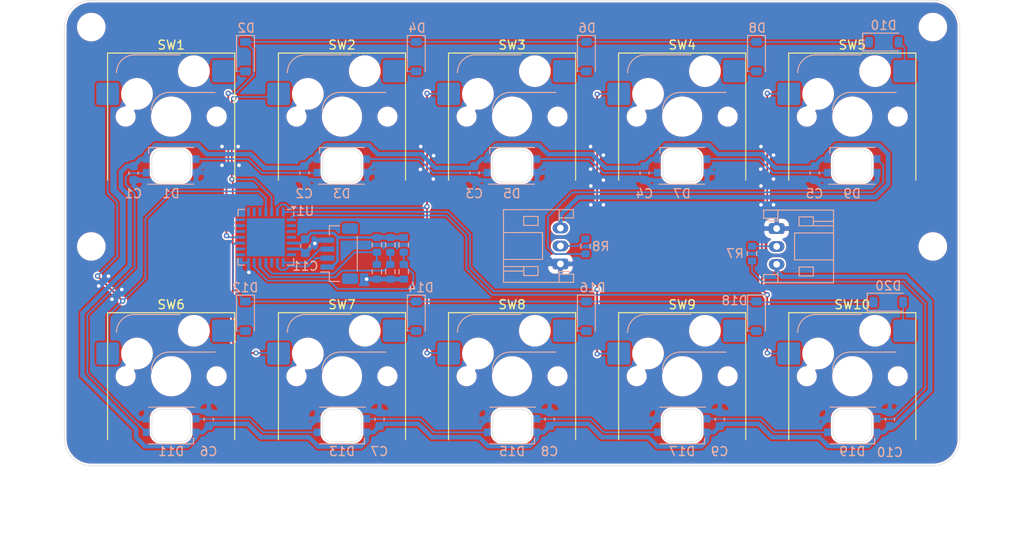
<source format=kicad_pcb>
(kicad_pcb (version 20240108) (generator "pcbnew") (generator_version "8.0")
  (layers (0 "F.Cu" signal) (31 "B.Cu" signal) (34 "B.Paste" user) (35 "F.Paste" user) (36 "B.SilkS" user "B.Silkscreen") (37 "F.SilkS" user "F.Silkscreen") (38 "B.Mask" user) (39 "F.Mask" user) (44 "Edge.Cuts" user))
  (net 0 "")
  (net 1 "GND")
  (net 2 "+5V")
  (net 3 "+3V3")
  (net 4 "/KeyboardKey_COL1/DIN")
  (net 5 "/KeyboardKey_COL1/DOUT")
  (net 6 "/R5_SW")
  (net 7 "/KeyboardKey_COL1/SW_ND")
  (net 8 "/KeyboardKey_COL2/DIN")
  (net 9 "/KeyboardKey_COL2/SW_ND")
  (net 10 "/KeyboardKey_COL3/DIN")
  (net 11 "/KeyboardKey_COL3/SW_ND")
  (net 12 "/KeyboardKey_COL4/SW_ND")
  (net 13 "/KeyboardKey_COL10/DIN")
  (net 14 "/KeyboardKey_COL5/SW_ND")
  (net 15 "/KeyboardKey_COL6/DOUT")
  (net 16 "/KeyboardKey_COL5/DIN")
  (net 17 "/R6_SW")
  (net 18 "/KeyboardKey_COL6/SW_ND")
  (net 19 "/KeyboardKey_COL7/DOUT")
  (net 20 "/KeyboardKey_COL7/SW_ND")
  (net 21 "/KeyboardKey_COL8/DOUT")
  (net 22 "/KeyboardKey_COL8/SW_ND")
  (net 23 "/KeyboardKey_COL10/DOUT")
  (net 24 "/KeyboardKey_COL9/SW_ND")
  (net 25 "/KeyboardKey_COL10/SW_ND")
  (net 26 "/KeyboardKey_COL4/DIN")
  (net 27 "/DIN")
  (net 28 "/SDA")
  (net 29 "/SCK")
  (net 30 "/DOUT")
  (net 31 "/A2")
  (net 32 "/A1")
  (net 33 "/A0")
  (net 34 "/COL1")
  (net 35 "/COL2")
  (net 36 "/COL3")
  (net 37 "/COL4")
  (net 38 "/COL5")
  (footprint "woodpecker:SW_Hotswap_Kailh_MX_1.00u" (layer "F.Cu") (at 81 41)
    (property "Reference" "SW2")
    (property "Value" "SW_Push")
  )
  (footprint "woodpecker:SW_Hotswap_Kailh_MX_1.00u" (layer "F.Cu") (at 138 70)
    (property "Reference" "SW10")
    (property "Value" "SW_Push")
  )
  (footprint "woodpecker:SW_Hotswap_Kailh_MX_1.00u" (layer "F.Cu") (at 61.92 70)
    (property "Reference" "SW6")
    (property "Value" "SW_Push")
  )
  (footprint "woodpecker:SW_Hotswap_Kailh_MX_1.00u" (layer "F.Cu") (at 81 70)
    (property "Reference" "SW7")
    (property "Value" "SW_Push")
  )
  (footprint "woodpecker:SW_Hotswap_Kailh_MX_1.00u" (layer "F.Cu") (at 100 41)
    (property "Reference" "SW3")
    (property "Value" "SW_Push")
  )
  (footprint "woodpecker:SW_Hotswap_Kailh_MX_1.00u" (layer "F.Cu") (at 119 41)
    (property "Reference" "SW4")
    (property "Value" "SW_Push")
  )
  (footprint "MountingHole:MountingHole_2.7mm_M2.5" (layer "F.Cu") (at 53 55.5)
    (property "Reference" "REF**" (hide yes))
    (property "Value" "MountingHole_2.7mm_M2.5")
  )
  (footprint "woodpecker:SW_Hotswap_Kailh_MX_1.00u" (layer "F.Cu") (at 61.92 41)
    (property "Reference" "SW1")
    (property "Value" "SW_Push")
  )
  (footprint "woodpecker:SW_Hotswap_Kailh_MX_1.00u" (layer "F.Cu") (at 100 70)
    (property "Reference" "SW8")
    (property "Value" "SW_Push")
  )
  (footprint "woodpecker:SW_Hotswap_Kailh_MX_1.00u" (layer "F.Cu") (at 138 41)
    (property "Reference" "SW5")
    (property "Value" "SW_Push")
  )
  (footprint "MountingHole:MountingHole_2.7mm_M2.5" (layer "F.Cu") (at 147 31)
    (property "Reference" "REF**" (hide yes))
    (property "Value" "MountingHole_2.7mm_M2.5")
  )
  (footprint "MountingHole:MountingHole_2.7mm_M2.5" (layer "F.Cu") (at 53 31)
    (property "Reference" "REF**" (hide yes))
    (property "Value" "MountingHole_2.7mm_M2.5")
  )
  (footprint "woodpecker:SW_Hotswap_Kailh_MX_1.00u" (layer "F.Cu") (at 119 70)
    (property "Reference" "SW9")
    (property "Value" "SW_Push")
  )
  (footprint "MountingHole:MountingHole_2.7mm_M2.5" (layer "F.Cu") (at 147 55.5)
    (property "Reference" "REF**" (hide yes))
    (property "Value" "MountingHole_2.7mm_M2.5")
  )
  (footprint "Diode_SMD:D_SOD-123" (layer "B.Cu") (at 70.22 34.3 -90)
    (property "Reference" "D2")
    (property "Value" "1N4148W")
  )
  (footprint "Diode_SMD:D_SOD-123" (layer "B.Cu") (at 141.5225 32.6775)
    (property "Reference" "D10")
    (property "Value" "1N4148W")
  )
  (footprint "Resistor_SMD:R_0603_1608Metric" (layer "B.Cu") (at 126.8 56.3 -90)
    (property "Reference" "R7")
    (property "Value" "33")
  )
  (footprint "Capacitor_SMD:C_0603_1608Metric" (layer "B.Cu") (at 57.72 47.3 -90)
    (property "Reference" "C1")
    (property "Value" "100n")
  )
  (footprint "Diode_SMD:D_SOD-123" (layer "B.Cu") (at 127.3 34.3 -90)
    (property "Reference" "D8")
    (property "Value" "1N4148W")
  )
  (footprint "Resistor_SMD:R_0603_1608Metric" (layer "B.Cu") (at 84.9 58.325 -90)
    (property "Reference" "R6" (hide yes))
    (property "Value" "11k")
  )
  (footprint "Resistor_SMD:R_0603_1608Metric" (layer "B.Cu") (at 84.9 55.325 -90)
    (property "Reference" "R5" (hide yes))
    (property "Value" "11k")
  )
  (footprint "woodpecker:LED_Inolux_IN-PI32TAR_PLCC4_3.2x2.8mm_P1.5mm" (layer "B.Cu") (at 119 75.5 180)
    (property "Reference" "D17")
    (property "Value" "IN-PI32TAR")
    (fp_line (start 2.15 -0.8) (end 2.15 0.75) (stroke (width 0.05)) (layer "Edge.Cuts"))
    (fp_line (start 1.1 1.8) (end -1.15 1.8) (stroke (width 0.05)) (layer "Edge.Cuts"))
    (fp_line (start -1.149999 -1.799999) (end 1.15 -1.8) (stroke (width 0.05)) (layer "Edge.Cuts"))
    (fp_line (start -2.15 0.8) (end -2.15 -0.8) (stroke (width 0.05)) (layer "Edge.Cuts"))
    (fp_arc (start 2.15 0.75) (mid 1.842462 1.492462) (end 1.1 1.8) (stroke (width 0.05)) (layer "Edge.Cuts"))
    (fp_arc (start 1.15 -1.8) (mid 1.857107 -1.507107) (end 2.15 -0.8) (stroke (width 0.05)) (layer "Edge.Cuts"))
    (fp_arc (start -1.149999 1.799998) (mid -1.857106 1.507105) (end -2.149999 0.799998) (stroke (width 0.05)) (layer "Edge.Cuts"))
    (fp_arc (start -2.149999 -0.799999) (mid -1.857106 -1.507106) (end -1.149999 -1.799999) (stroke (width 0.05)) (layer "Edge.Cuts"))
  )
  (footprint "woodpecker:LED_Inolux_IN-PI32TAR_PLCC4_3.2x2.8mm_P1.5mm" (layer "B.Cu") (at 100 75.5 180)
    (property "Reference" "D15")
    (property "Value" "IN-PI32TAR")
    (fp_line (start 2.15 -0.8) (end 2.15 0.75) (stroke (width 0.05)) (layer "Edge.Cuts"))
    (fp_line (start 1.1 1.8) (end -1.15 1.8) (stroke (width 0.05)) (layer "Edge.Cuts"))
    (fp_line (start -1.149999 -1.799999) (end 1.15 -1.8) (stroke (width 0.05)) (layer "Edge.Cuts"))
    (fp_line (start -2.15 0.8) (end -2.15 -0.8) (stroke (width 0.05)) (layer "Edge.Cuts"))
    (fp_arc (start 2.15 0.75) (mid 1.842462 1.492462) (end 1.1 1.8) (stroke (width 0.05)) (layer "Edge.Cuts"))
    (fp_arc (start 1.15 -1.8) (mid 1.857107 -1.507107) (end 2.15 -0.8) (stroke (width 0.05)) (layer "Edge.Cuts"))
    (fp_arc (start -1.149999 1.799998) (mid -1.857106 1.507105) (end -2.149999 0.799998) (stroke (width 0.05)) (layer "Edge.Cuts"))
    (fp_arc (start -2.149999 -0.799999) (mid -1.857106 -1.507106) (end -1.149999 -1.799999) (stroke (width 0.05)) (layer "Edge.Cuts"))
  )
  (footprint "Connector_JST:JST_PH_S3B-PH-K_1x03_P2.00mm_Horizontal" (layer "B.Cu") (at 105.4 57.45 90)
    (property "Reference" "J1" (hide yes))
    (property "Value" "JST PH")
  )
  (footprint "Diode_SMD:D_SOD-123" (layer "B.Cu") (at 89.3 34.3 -90)
    (property "Reference" "D4")
    (property "Value" "1N4148W")
  )
  (footprint "Capacitor_SMD:C_0603_1608Metric" (layer "B.Cu") (at 123.2 74.8 90)
    (property "Reference" "C9")
    (property "Value" "100n")
  )
  (footprint "woodpecker:LED_Inolux_IN-PI32TAR_PLCC4_3.2x2.8mm_P1.5mm" (layer "B.Cu") (at 138 75.5 180)
    (property "Reference" "D19")
    (property "Value" "IN-PI32TAR")
    (fp_line (start 2.15 -0.8) (end 2.15 0.75) (stroke (width 0.05)) (layer "Edge.Cuts"))
    (fp_line (start 1.1 1.8) (end -1.15 1.8) (stroke (width 0.05)) (layer "Edge.Cuts"))
    (fp_line (start -1.149999 -1.799999) (end 1.15 -1.8) (stroke (width 0.05)) (layer "Edge.Cuts"))
    (fp_line (start -2.15 0.8) (end -2.15 -0.8) (stroke (width 0.05)) (layer "Edge.Cuts"))
    (fp_arc (start 2.15 0.75) (mid 1.842462 1.492462) (end 1.1 1.8) (stroke (width 0.05)) (layer "Edge.Cuts"))
    (fp_arc (start 1.15 -1.8) (mid 1.857107 -1.507107) (end 2.15 -0.8) (stroke (width 0.05)) (layer "Edge.Cuts"))
    (fp_arc (start -1.149999 1.799998) (mid -1.857106 1.507105) (end -2.149999 0.799998) (stroke (width 0.05)) (layer "Edge.Cuts"))
    (fp_arc (start -2.149999 -0.799999) (mid -1.857106 -1.507106) (end -1.149999 -1.799999) (stroke (width 0.05)) (layer "Edge.Cuts"))
  )
  (footprint "Capacitor_SMD:C_0603_1608Metric" (layer "B.Cu") (at 76.9 55.46 -90)
    (property "Reference" "C11")
    (property "Value" "100n")
  )
  (footprint "Diode_SMD:D_SOD-123" (layer "B.Cu") (at 108.3 34.3 -90)
    (property "Reference" "D6")
    (property "Value" "1N4148W")
  )
  (footprint "Diode_SMD:D_SOD-123" (layer "B.Cu") (at 142.0225 61.7275)
    (property "Reference" "D20")
    (property "Value" "1N4148W")
  )
  (footprint "woodpecker:LED_Inolux_IN-PI32TAR_PLCC4_3.2x2.8mm_P1.5mm" (layer "B.Cu") (at 81 46.5)
    (property "Reference" "D3")
    (property "Value" "IN-PI32TAR")
    (fp_line (start -2.15 0.8) (end -2.15 -0.8) (stroke (width 0.05)) (layer "Edge.Cuts"))
    (fp_line (start -1.149999 -1.799999) (end 1.15 -1.8) (stroke (width 0.05)) (layer "Edge.Cuts"))
    (fp_line (start 1.1 1.8) (end -1.15 1.8) (stroke (width 0.05)) (layer "Edge.Cuts"))
    (fp_line (start 2.15 -0.8) (end 2.15 0.75) (stroke (width 0.05)) (layer "Edge.Cuts"))
    (fp_arc (start -2.149999 -0.799999) (mid -1.857106 -1.507106) (end -1.149999 -1.799999) (stroke (width 0.05)) (layer "Edge.Cuts"))
    (fp_arc (start -1.149999 1.799998) (mid -1.857106 1.507105) (end -2.149999 0.799998) (stroke (width 0.05)) (layer "Edge.Cuts"))
    (fp_arc (start 1.15 -1.8) (mid 1.857107 -1.507107) (end 2.15 -0.8) (stroke (width 0.05)) (layer "Edge.Cuts"))
    (fp_arc (start 2.15 0.75) (mid 1.842462 1.492462) (end 1.1 1.8) (stroke (width 0.05)) (layer "Edge.Cuts"))
  )
  (footprint "woodpecker:LED_Inolux_IN-PI32TAR_PLCC4_3.2x2.8mm_P1.5mm" (layer "B.Cu") (at 61.92 75.5 180)
    (property "Reference" "D11")
    (property "Value" "IN-PI32TAR")
    (fp_line (start 2.15 -0.8) (end 2.15 0.75) (stroke (width 0.05)) (layer "Edge.Cuts"))
    (fp_line (start 1.1 1.8) (end -1.15 1.8) (stroke (width 0.05)) (layer "Edge.Cuts"))
    (fp_line (start -1.149999 -1.799999) (end 1.15 -1.8) (stroke (width 0.05)) (layer "Edge.Cuts"))
    (fp_line (start -2.15 0.8) (end -2.15 -0.8) (stroke (width 0.05)) (layer "Edge.Cuts"))
    (fp_arc (start 2.15 0.75) (mid 1.842462 1.492462) (end 1.1 1.8) (stroke (width 0.05)) (layer "Edge.Cuts"))
    (fp_arc (start 1.15 -1.8) (mid 1.857107 -1.507107) (end 2.15 -0.8) (stroke (width 0.05)) (layer "Edge.Cuts"))
    (fp_arc (start -1.149999 1.799998) (mid -1.857106 1.507105) (end -2.149999 0.799998) (stroke (width 0.05)) (layer "Edge.Cuts"))
    (fp_arc (start -2.149999 -0.799999) (mid -1.857106 -1.507106) (end -1.149999 -1.799999) (stroke (width 0.05)) (layer "Edge.Cuts"))
  )
  (footprint "Diode_SMD:D_SOD-123" (layer "B.Cu") (at 127.3 63.3 -90)
    (property "Reference" "D18")
    (property "Value" "1N4148W")
  )
  (footprint "woodpecker:LED_Inolux_IN-PI32TAR_PLCC4_3.2x2.8mm_P1.5mm" (layer "B.Cu") (at 81 75.5 180)
    (property "Reference" "D13")
    (property "Value" "IN-PI32TAR")
    (fp_line (start 2.15 -0.8) (end 2.15 0.75) (stroke (width 0.05)) (layer "Edge.Cuts"))
    (fp_line (start 1.1 1.8) (end -1.15 1.8) (stroke (width 0.05)) (layer "Edge.Cuts"))
    (fp_line (start -1.149999 -1.799999) (end 1.15 -1.8) (stroke (width 0.05)) (layer "Edge.Cuts"))
    (fp_line (start -2.15 0.8) (end -2.15 -0.8) (stroke (width 0.05)) (layer "Edge.Cuts"))
    (fp_arc (start 2.15 0.75) (mid 1.842462 1.492462) (end 1.1 1.8) (stroke (width 0.05)) (layer "Edge.Cuts"))
    (fp_arc (start 1.15 -1.8) (mid 1.857107 -1.507107) (end 2.15 -0.8) (stroke (width 0.05)) (layer "Edge.Cuts"))
    (fp_arc (start -1.149999 1.799998) (mid -1.857106 1.507105) (end -2.149999 0.799998) (stroke (width 0.05)) (layer "Edge.Cuts"))
    (fp_arc (start -2.149999 -0.799999) (mid -1.857106 -1.507106) (end -1.149999 -1.799999) (stroke (width 0.05)) (layer "Edge.Cuts"))
  )
  (footprint "woodpecker:LED_Inolux_IN-PI32TAR_PLCC4_3.2x2.8mm_P1.5mm" (layer "B.Cu") (at 100 46.5)
    (property "Reference" "D5")
    (property "Value" "IN-PI32TAR")
    (fp_line (start -2.15 0.8) (end -2.15 -0.8) (stroke (width 0.05)) (layer "Edge.Cuts"))
    (fp_line (start -1.149999 -1.799999) (end 1.15 -1.8) (stroke (width 0.05)) (layer "Edge.Cuts"))
    (fp_line (start 1.1 1.8) (end -1.15 1.8) (stroke (width 0.05)) (layer "Edge.Cuts"))
    (fp_line (start 2.15 -0.8) (end 2.15 0.75) (stroke (width 0.05)) (layer "Edge.Cuts"))
    (fp_arc (start -2.149999 -0.799999) (mid -1.857106 -1.507106) (end -1.149999 -1.799999) (stroke (width 0.05)) (layer "Edge.Cuts"))
    (fp_arc (start -1.149999 1.799998) (mid -1.857106 1.507105) (end -2.149999 0.799998) (stroke (width 0.05)) (layer "Edge.Cuts"))
    (fp_arc (start 1.15 -1.8) (mid 1.857107 -1.507107) (end 2.15 -0.8) (stroke (width 0.05)) (layer "Edge.Cuts"))
    (fp_arc (start 2.15 0.75) (mid 1.842462 1.492462) (end 1.1 1.8) (stroke (width 0.05)) (layer "Edge.Cuts"))
  )
  (footprint "Capacitor_SMD:C_0603_1608Metric" (layer "B.Cu") (at 142.2 74.8 90)
    (property "Reference" "C10")
    (property "Value" "100n")
  )
  (footprint "Diode_SMD:D_SOD-123" (layer "B.Cu") (at 108.3 63.3 -90)
    (property "Reference" "D16")
    (property "Value" "1N4148W")
  )
  (footprint "Capacitor_SMD:C_0603_1608Metric" (layer "B.Cu") (at 95.8 47.3 -90)
    (property "Reference" "C3")
    (property "Value" "100n")
  )
  (footprint "Package_DFN_QFN:QFN-28-1EP_6x6mm_P0.65mm_EP4.25x4.25mm" (layer "B.Cu") (at 72.5 54.48 180)
    (property "Reference" "U1")
    (property "Value" "MCP23017_ML")
  )
  (footprint "Connector_JST:JST_PH_S3B-PH-K_1x03_P2.00mm_Horizontal" (layer "B.Cu") (at 129.55 53.5 -90)
    (property "Reference" "J3" (hide yes))
    (property "Value" "JST PH")
  )
  (footprint "woodpecker:LED_Inolux_IN-PI32TAR_PLCC4_3.2x2.8mm_P1.5mm" (layer "B.Cu") (at 61.92 46.5)
    (property "Reference" "D1")
    (property "Value" "IN-PI32TAR")
    (fp_line (start -2.15 0.8) (end -2.15 -0.8) (stroke (width 0.05)) (layer "Edge.Cuts"))
    (fp_line (start -1.149999 -1.799999) (end 1.15 -1.8) (stroke (width 0.05)) (layer "Edge.Cuts"))
    (fp_line (start 1.1 1.8) (end -1.15 1.8) (stroke (width 0.05)) (layer "Edge.Cuts"))
    (fp_line (start 2.15 -0.8) (end 2.15 0.75) (stroke (width 0.05)) (layer "Edge.Cuts"))
    (fp_arc (start -2.149999 -0.799999) (mid -1.857106 -1.507106) (end -1.149999 -1.799999) (stroke (width 0.05)) (layer "Edge.Cuts"))
    (fp_arc (start -1.149999 1.799998) (mid -1.857106 1.507105) (end -2.149999 0.799998) (stroke (width 0.05)) (layer "Edge.Cuts"))
    (fp_arc (start 1.15 -1.8) (mid 1.857107 -1.507107) (end 2.15 -0.8) (stroke (width 0.05)) (layer "Edge.Cuts"))
    (fp_arc (start 2.15 0.75) (mid 1.842462 1.492462) (end 1.1 1.8) (stroke (width 0.05)) (layer "Edge.Cuts"))
  )
  (footprint "Resistor_SMD:R_0603_1608Metric" (layer "B.Cu") (at 87.9 55.325 -90)
    (property "Reference" "R1" (hide yes))
    (property "Value" "11k")
  )
  (footprint "Resistor_SMD:R_0603_1608Metric" (layer "B.Cu") (at 86.4 58.325 -90)
    (property "Reference" "R4" (hide yes))
    (property "Value" "11k")
  )
  (footprint "Capacitor_SMD:C_0603_1608Metric" (layer "B.Cu") (at 114.8 47.3 -90)
    (property "Reference" "C4")
    (property "Value" "100n")
  )
  (footprint "Diode_SMD:D_SOD-123" (layer "B.Cu") (at 89.3 63.3 -90)
    (property "Reference" "D14")
    (property "Value" "1N4148W")
  )
  (footprint "woodpecker:LED_Inolux_IN-PI32TAR_PLCC4_3.2x2.8mm_P1.5mm" (layer "B.Cu") (at 138 46.5)
    (property "Reference" "D9")
    (property "Value" "IN-PI32TAR")
    (fp_line (start -2.15 0.8) (end -2.15 -0.8) (stroke (width 0.05)) (layer "Edge.Cuts"))
    (fp_line (start -1.149999 -1.799999) (end 1.15 -1.8) (stroke (width 0.05)) (layer "Edge.Cuts"))
    (fp_line (start 1.1 1.8) (end -1.15 1.8) (stroke (width 0.05)) (layer "Edge.Cuts"))
    (fp_line (start 2.15 -0.8) (end 2.15 0.75) (stroke (width 0.05)) (layer "Edge.Cuts"))
    (fp_arc (start -2.149999 -0.799999) (mid -1.857106 -1.507106) (end -1.149999 -1.799999) (stroke (width 0.05)) (layer "Edge.Cuts"))
    (fp_arc (start -1.149999 1.799998) (mid -1.857106 1.507105) (end -2.149999 0.799998) (stroke (width 0.05)) (layer "Edge.Cuts"))
    (fp_arc (start 1.15 -1.8) (mid 1.857107 -1.507107) (end 2.15 -0.8) (stroke (width 0.05)) (layer "Edge.Cuts"))
    (fp_arc (start 2.15 0.75) (mid 1.842462 1.492462) (end 1.1 1.8) (stroke (width 0.05)) (layer "Edge.Cuts"))
  )
  (footprint "Diode_SMD:D_SOD-123" (layer "B.Cu") (at 70.22 63.3 -90)
    (property "Reference" "D12")
    (property "Value" "1N4148W")
  )
  (footprint "Resistor_SMD:R_0603_1608Metric" (layer "B.Cu") (at 108.2 55.5 -90)
    (property "Reference" "R8")
    (property "Value" "33")
  )
  (footprint "woodpecker:LED_Inolux_IN-PI32TAR_PLCC4_3.2x2.8mm_P1.5mm" (layer "B.Cu") (at 119 46.5)
    (property "Reference" "D7")
    (property "Value" "IN-PI32TAR")
    (fp_line (start -2.15 0.8) (end -2.15 -0.8) (stroke (width 0.05)) (layer "Edge.Cuts"))
    (fp_line (start -1.149999 -1.799999) (end 1.15 -1.8) (stroke (width 0.05)) (layer "Edge.Cuts"))
    (fp_line (start 1.1 1.8) (end -1.15 1.8) (stroke (width 0.05)) (layer "Edge.Cuts"))
    (fp_line (start 2.15 -0.8) (end 2.15 0.75) (stroke (width 0.05)) (layer "Edge.Cuts"))
    (fp_arc (start -2.149999 -0.799999) (mid -1.857106 -1.507106) (end -1.149999 -1.799999) (stroke (width 0.05)) (layer "Edge.Cuts"))
    (fp_arc (start -1.149999 1.799998) (mid -1.857106 1.507105) (end -2.149999 0.799998) (stroke (width 0.05)) (layer "Edge.Cuts"))
    (fp_arc (start 1.15 -1.8) (mid 1.857107 -1.507107) (end 2.15 -0.8) (stroke (width 0.05)) (layer "Edge.Cuts"))
    (fp_arc (start 2.15 0.75) (mid 1.842462 1.492462) (end 1.1 1.8) (stroke (width 0.05)) (layer "Edge.Cuts"))
  )
  (footprint "Capacitor_SMD:C_0603_1608Metric" (layer "B.Cu") (at 104.2 74.8 90)
    (property "Reference" "C8")
    (property "Value" "100n")
  )
  (footprint "Capacitor_SMD:C_0603_1608Metric" (layer "B.Cu") (at 66.12 74.8 90)
    (property "Reference" "C6")
    (property "Value" "100n")
  )
  (footprint "Capacitor_SMD:C_0603_1608Metric" (layer "B.Cu") (at 133.8 47.3 -90)
    (property "Reference" "C5")
    (property "Value" "100n")
  )
  (footprint "Capacitor_SMD:C_0603_1608Metric" (layer "B.Cu") (at 85.2 74.8 90)
    (property "Reference" "C7")
    (property "Value" "100n")
  )
  (footprint "Resistor_SMD:R_0603_1608Metric" (layer "B.Cu") (at 86.4 55.325 -90)
    (property "Reference" "R3" (hide yes))
    (property "Value" "11k")
  )
  (footprint "Capacitor_SMD:C_0603_1608Metric" (layer "B.Cu") (at 76.8 47.3 -90)
    (property "Reference" "C2")
    (property "Value" "100n")
  )
  (footprint "Resistor_SMD:R_0603_1608Metric" (layer "B.Cu") (at 87.9 58.325 -90)
    (property "Reference" "R2" (hide yes))
    (property "Value" "11k")
  )
  (footprint "Connector_JST:JST_SH_BM04B-SRSS-TB_1x04-1MP_P1.00mm_Vertical" (layer "B.Cu") (at 80.7 56.3 90)
    (property "Reference" "J2" (hide yes))
    (property "Value" "JST SH")
  )
  (gr_arc (start 53 80) (mid 50.87868 79.12132) (end 50 77) (stroke (width 0.05)) (layer "Edge.Cuts"))
  (gr_arc (start 150 77) (mid 149.12132 79.12132) (end 147 80) (stroke (width 0.05)) (layer "Edge.Cuts"))
  (gr_arc (start 50 31) (mid 50.87868 28.87868) (end 53 28) (stroke (width 0.05)) (layer "Edge.Cuts"))
  (gr_line (start 53 80) (end 147 80) (stroke (width 0.05)) (layer "Edge.Cuts"))
  (gr_line (start 150 77) (end 150 31) (stroke (width 0.05)) (layer "Edge.Cuts"))
  (gr_line (start 147 28) (end 53 28) (stroke (width 0.05)) (layer "Edge.Cuts"))
  (gr_line (start 50 31) (end 50 77) (stroke (width 0.05)) (layer "Edge.Cuts"))
  (gr_arc (start 147 28) (mid 149.12132 28.87868) (end 150 31) (stroke (width 0.05)) (layer "Edge.Cuts"))
  (segment (start 56.406066 60.306066) (end 54.921141 58.821141) (width 0.5) (layer "F.Cu") (net 1))
  (segment (start 129.199513 47.975487) (end 129.2 47.975) (width 0.5) (layer "F.Cu") (net 1))
  (segment (start 69.4 44.34) (end 69.4 46.34) (width 0.5) (layer "F.Cu") (net 1))
  (segment (start 127.774479 46.86443) (end 127.774479 44.365521) (width 0.5) (layer "F.Cu") (net 1))
  (segment (start 108.774479 44.343725) (end 108.770754 44.34) (width 0.5) (layer "F.Cu") (net 1))
  (segment (start 108.774479 48.724479) (end 108.8 48.75) (width 0.5) (layer "F.Cu") (net 1))
  (segment (start 77.9675 55.1675) (end 81.3175 55.1675) (width 0.3) (layer "F.Cu") (net 1))
  (segment (start 110.2 48.090532) (end 110.2 45.3) (width 0.5) (layer "F.Cu") (net 1))
  (segment (start 108.8 50.85) (end 108.8 48.75) (width 0.5) (layer "F.Cu") (net 1))
  (segment (start 91.23995 47.93505) (end 91.2 47.975) (width 0.5) (layer "F.Cu") (net 1))
  (segment (start 129.2 45.3) (end 129.2 47.975) (width 0.5) (layer "F.Cu") (net 1))
  (segment (start 108.774479 46.86443) (end 108.774479 44.343725) (width 0.5) (layer "F.Cu") (net 1))
  (segment (start 127.774479 48.724479) (end 127.8 48.75) (width 0.5) (layer "F.Cu") (net 1))
  (segment (start 69.4 46.34) (end 69.5 46.44) (width 0.5) (layer "F.Cu") (net 1))
  (segment (start 127.774479 44.365521) (end 127.8 44.34) (width 0.5) (layer "F.Cu") (net 1))
  (segment (start 67.6 46.44) (end 67.6 44.34) (width 0.5) (layer "F.Cu") (net 1))
  (segment (start 108.774479 46.86443) (end 108.774479 48.724479) (width 0.5) (layer "F.Cu") (net 1))
  (segment (start 81.3175 55.1675) (end 83.75 57.6) (width 0.3) (layer "F.Cu") (net 1))
  (segment (start 74.735 58.4) (end 77.9675 55.1675) (width 0.3) (layer "F.Cu") (net 1))
  (segment (start 129.199513 50.849513) (end 129.199513 47.975487) (width 0.5) (layer "F.Cu") (net 1))
  (segment (start 53.826166 59.916116) (end 55.311091 61.401041) (width 0.5) (layer "F.Cu") (net 1))
  (segment (start 70.6 58.4) (end 74.735 58.4) (width 0.3) (layer "F.Cu") (net 1))
  (segment (start 110.2 48.090532) (end 110.2 50.85) (width 0.5) (layer "F.Cu") (net 1))
  (segment (start 127.8 50.85) (end 127.8 48.75) (width 0.5) (layer "F.Cu") (net 1))
  (segment (start 83.75 57.6) (end 83.75 59.15) (width 0.3) (layer "F.Cu") (net 1))
  (segment (start 91.23995 45.36005) (end 91.23995 47.93505) (width 0.5) (layer "F.Cu") (net 1))
  (segment (start 127.774479 46.86443) (end 127.774479 48.724479) (width 0.5) (layer "F.Cu") (net 1))
  (segment (start 89.761091 46.9) (end 89.8 46.861091) (width 0.5) (layer "F.Cu") (net 1))
  (segment (start 89.8 46.861091) (end 89.8 44.34) (width 0.5) (layer "F.Cu") (net 1))
  (segment (start 129.2 50.85) (end 129.199513 50.849513) (width 0.5) (layer "F.Cu") (net 1))
  (via (at 70.6 58.4) (size 0.8) (drill 0.4) (layers "F.Cu" "B.Cu") (net 1))
  (via (at 83.75 59.15) (size 0.8) (drill 0.4) (layers "F.Cu" "B.Cu") (net 1))
  (via (at 127.8 44.34) (size 0.8) (drill 0.4) (layers "F.Cu" "B.Cu") (net 1))
  (via (at 127.8 50.85) (size 0.8) (drill 0.4) (layers "F.Cu" "B.Cu") (net 1))
  (via (at 127.8 48.75) (size 0.8) (drill 0.4) (layers "F.Cu" "B.Cu") (net 1))
  (via (at 108.770754 44.34) (size 0.8) (drill 0.4) (layers "F.Cu" "B.Cu") (net 1))
  (via (at 56.406066 60.306066) (size 0.8) (drill 0.4) (layers "F.Cu" "B.Cu") (net 1))
  (via (at 54.921141 58.821141) (size 0.8) (drill 0.4) (layers "F.Cu" "B.Cu") (net 1))
  (via (at 110.2 50.85) (size 0.8) (drill 0.4) (layers "F.Cu" "B.Cu") (net 1))
  (via (at 89.8 44.34) (size 0.8) (drill 0.4) (layers "F.Cu" "B.Cu") (net 1))
  (via (at 108.8 48.75) (size 0.8) (drill 0.4) (layers "F.Cu" "B.Cu") (net 1))
  (via (at 127.774479 46.86443) (size 0.8) (drill 0.4) (layers "F.Cu" "B.Cu") (net 1))
  (via (at 91.23995 45.36005) (size 0.8) (drill 0.4) (layers "F.Cu" "B.Cu") (net 1))
  (via (at 108.774479 46.86443) (size 0.8) (drill 0.4) (layers "F.Cu" "B.Cu") (net 1))
  (via (at 67.6 46.44) (size 0.8) (drill 0.4) (layers "F.Cu" "B.Cu") (net 1))
  (via (at 77.9675 55.1675) (size 0.8) (drill 0.4) (layers "F.Cu" "B.Cu") (net 1))
  (via (at 129.2 50.85) (size 0.8) (drill 0.4) (layers "F.Cu" "B.Cu") (net 1))
  (via (at 89.761091 46.9) (size 0.8) (drill 0.4) (layers "F.Cu" "B.Cu") (net 1))
  (via (at 129.2 45.3) (size 0.8) (drill 0.4) (layers "F.Cu" "B.Cu") (net 1))
  (via (at 67.6 44.34) (size 0.8) (drill 0.4) (layers "F.Cu" "B.Cu") (net 1))
  (via (at 110.2 48.090532) (size 0.8) (drill 0.4) (layers "F.Cu" "B.Cu") (net 1))
  (via (at 91.2 47.975) (size 0.8) (drill 0.4) (layers "F.Cu" "B.Cu") (net 1))
  (via (at 108.8 50.85) (size 0.8) (drill 0.4) (layers "F.Cu" "B.Cu") (net 1))
  (via (at 55.311091 61.401041) (size 0.8) (drill 0.4) (layers "F.Cu" "B.Cu") (net 1))
  (via (at 69.5 46.44) (size 0.8) (drill 0.4) (layers "F.Cu" "B.Cu") (net 1))
  (via (at 69.4 44.34) (size 0.8) (drill 0.4) (layers "F.Cu" "B.Cu") (net 1))
  (via (at 110.2 45.3) (size 0.8) (drill 0.4) (layers "F.Cu" "B.Cu") (net 1))
  (via (at 129.2 47.975) (size 0.8) (drill 0.4) (layers "F.Cu" "B.Cu") (net 1))
  (via (at 53.826166 59.916116) (size 0.8) (drill 0.4) (layers "F.Cu" "B.Cu") (net 1))
  (segment (start 127.412182 46.29) (end 127.961091 46.838909) (width 0.5) (layer "B.Cu") (net 1))
  (segment (start 65.665 46.29) (end 67.5 46.29) (width 0.5) (layer "B.Cu") (net 1))
  (segment (start 128.947182 47.825) (end 133.55 47.825) (width 0.5) (layer "B.Cu") (net 1))
  (segment (start 85.2 74.025) (end 85.4 74.225) (width 0.5) (layer "B.Cu") (net 1))
  (segment (start 127.589339 59.989339) (end 125.8 58.2) (width 0.5) (layer "B.Cu") (net 1))
  (segment (start 95.8 48.075) (end 96.534972 48.809972) (width 0.5) (layer "B.Cu") (net 1))
  (segment (start 109.111091 46.988909) (end 109.111091 47) (width 0.5) (layer "B.Cu") (net 1))
  (segment (start 104.04 73.865) (end 104.2 74.025) (width 0.5) (layer "B.Cu") (net 1))
  (segment (start 64.08 48.8) (end 64.695 48.185) (width 0.5) (layer "B.Cu") (net 1))
  (segment (start 77.534972 48.809972) (end 83.150028 48.809972) (width 0.5) (layer "B.Cu") (net 1))
  (segment (start 56.3 60.2) (end 53.11 63.39) (width 0.5) (layer "B.Cu") (net 1))
  (segment (start 121.5 73.865) (end 123.04 73.865) (width 0.5) (layer "B.Cu") (net 1))
  (segment (start 82.833388 73.198388) (end 83.5 73.865) (width 0.5) (layer "B.Cu") (net 1))
  (segment (start 83.150028 48.809972) (end 83.775 48.185) (width 0.5) (layer "B.Cu") (net 1))
  (segment (start 115.255 75.71) (end 116.225 74.74) (width 0.5) (layer "B.Cu") (net 1))
  (segment (start 60.176084 73.198388) (end 63.753388 73.198388) (width 0.5) (layer "B.Cu") (net 1))
  (segment (start 135.225 74.74) (end 135.225 74.229472) (width 0.5) (layer "B.Cu") (net 1))
  (segment (start 64.42 73.865) (end 65.96 73.865) (width 0.5) (layer "B.Cu") (net 1))
  (segment (start 85.04 73.865) (end 85.2 74.025) (width 0.5) (layer "B.Cu") (net 1))
  (segment (start 67.6 44.34) (end 69.4 44.34) (width 0.5) (layer "B.Cu") (net 1))
  (segment (start 70.55 57.3175) (end 70.55 58.35) (width 0.3) (layer "B.Cu") (net 1))
  (segment (start 95.55 47.825) (end 95.8 48.075) (width 0.5) (layer "B.Cu") (net 1))
  (segment (start 89.412182 46.29) (end 89.761091 46.638909) (width 0.5) (layer "B.Cu") (net 1))
  (segment (start 123.2 74.025) (end 123.4 74.225) (width 0.5) (layer "B.Cu") (net 1))
  (segment (start 78.335 54.8) (end 79.375 54.8) (width 0.5) (layer "B.Cu") (net 1))
  (segment (start 114.55 47.825) (end 114.8 48.075) (width 0.5) (layer "B.Cu") (net 1))
  (segment (start 76.9 56.235) (end 77.9675 55.1675) (width 0.5) (layer "B.Cu") (net 1))
  (segment (start 142.697182 74.025) (end 145.6 71.122182) (width 0.5) (layer "B.Cu") (net 1))
  (segment (start 129.2 50.85) (end 127.8 50.85) (width 0.5) (layer "B.Cu") (net 1))
  (segment (start 127.961091 46.838909) (end 128.947182 47.825) (width 0.5) (layer "B.Cu") (net 1))
  (segment (start 66.32 74.225) (end 71.035 74.225) (width 0.5) (layer "B.Cu") (net 1))
  (segment (start 76.445 55.78) (end 76.9 56.235) (width 0.3) (layer "B.Cu") (net 1))
  (segment (start 133.55 47.825) (end 133.8 48.075) (width 0.5) (layer "B.Cu") (net 1))
  (segment (start 71.035 74.225) (end 72.52 75.71) (width 0.5) (layer "B.Cu") (net 1))
  (segment (start 127.25 53.5) (end 129.55 53.5) (width 0.5) (layer "B.Cu") (net 1))
  (segment (start 102 54.724391) (end 102 48.809972) (width 0.5) (layer "B.Cu") (net 1))
  (segment (start 142.04 73.865) (end 142.2 74.025) (width 0.5) (layer "B.Cu") (net 1))
  (segment (start 56.3 60.2) (end 56.406066 60.306066) (width 0.5) (layer "B.Cu") (net 1))
  (segment (start 128.115 74.225) (end 129.6 75.71) (width 0.5) (layer "B.Cu") (net 1))
  (segment (start 97.225 74.74) (end 97.225 74.229472) (width 0.5) (layer "B.Cu") (net 1))
  (segment (start 58.5 58) (end 56.3 60.2) (width 0.5) (layer "B.Cu") (net 1))
  (segment (start 123.04 73.865) (end 123.2 74.025) (width 0.5) (layer "B.Cu") (net 1))
  (segment (start 143.495167 59.989339) (end 127.589339 59.989339) (width 0.5) (layer "B.Cu") (net 1))
  (segment (start 108.770754 44.34) (end 109.24 44.34) (width 0.5) (layer "B.Cu") (net 1))
  (segment (start 63.753388 73.198388) (end 64.42 73.865) (width 0.5) (layer "B.Cu") (net 1))
  (segment (start 76.8 48.075) (end 77.534972 48.809972) (width 0.5) (layer "B.Cu") (net 1))
  (segment (start 109.111091 47) (end 109.936091 47.825) (width 0.5) (layer "B.Cu") (net 1))
  (segment (start 127.8 44.34) (end 128.24 44.34) (width 0.5) (layer "B.Cu") (net 1))
  (segment (start 89.8 44.34) (end 90.2199 44.34) (width 0.5) (layer "B.Cu") (net 1))
  (segment (start 84.745 46.29) (end 89.412182 46.29) (width 0.5) (layer "B.Cu") (net 1))
  (segment (start 59.479792 48.135) (end 60.144792 48.8) (width 0.5) (layer "B.Cu") (net 1))
  (segment (start 105.4 57.45) (end 104.725609 57.45) (width 0.5) (layer "B.Cu") (net 1))
  (segment (start 133.8 48.075) (end 134.534972 48.809972) (width 0.5) (layer "B.Cu") (net 1))
  (segment (start 125.8 54.95) (end 127.25 53.5) (width 0.5) (layer "B.Cu") (net 1))
  (segment (start 77.255 75.71) (end 78.225 74.74) (width 0.5) (layer "B.Cu") (net 1))
  (segment (start 109.936091 47.825) (end 114.55 47.825) (width 0.5) (layer "B.Cu") (net 1))
  (segment (start 117.256084 73.198388) (end 120.833388 73.198388) (width 0.5) (layer "B.Cu") (net 1))
  (segment (start 140.150028 48.809972) (end 140.775 48.185) (width 0.5) (layer "B.Cu") (net 1))
  (segment (start 60.144792 48.8) (end 64.08 48.8) (width 0.5) (layer "B.Cu") (net 1))
  (segment (start 109.115 74.225) (end 110.6 75.71) (width 0.5) (layer "B.Cu") (net 1))
  (segment (start 122.745 46.29) (end 127.412182 46.29) (width 0.5) (layer "B.Cu") (net 1))
  (segment (start 102.150028 48.809972) (end 102.775 48.185) (width 0.5) (layer "B.Cu") (net 1))
  (segment (start 59.145 74.229472) (end 60.176084 73.198388) (width 0.5) (layer "B.Cu") (net 1))
  (segment (start 84.9 59.15) (end 83.75 59.15) (width 0.5) (layer "B.Cu") (net 1))
  (segment (start 97.5 48.809972) (end 102.150028 48.809972) (width 0.5) (layer "B.Cu") (net 1))
  (segment (start 85.4 74.225) (end 90.115 74.225) (width 0.5) (layer "B.Cu") (net 1))
  (segment (start 114.8 48.075) (end 115.534972 48.809972) (width 0.5) (layer "B.Cu") (net 1))
  (segment (start 109.540532 48.75) (end 108.8 48.75) (width 0.5) (layer "B.Cu") (net 1))
  (segment (start 145.6 62.094172) (end 143.495167 59.989339) (width 0.5) (layer "B.Cu") (net 1))
  (segment (start 53.11 63.39) (end 53.11 69.447182) (width 0.5) (layer "B.Cu") (net 1))
  (segment (start 121.775 48.185) (end 121.775 47.26) (width 0.5) (layer "B.Cu") (net 1))
  (segment (start 104.2 74.025) (end 104.4 74.225) (width 0.5) (layer "B.Cu") (net 1))
  (segment (start 91.6 75.71) (end 96.255 75.71) (width 0.5) (layer "B.Cu") (net 1))
  (segment (start 102 48.809972) (end 97.5 48.809972) (width 0.5) (layer "B.Cu") (net 1))
  (segment (start 120.833388 73.198388) (end 121.5 73.865) (width 0.5) (layer "B.Cu") (net 1))
  (segment (start 145.6 71.122182) (end 145.6 62.094172) (width 0.5) (layer "B.Cu") (net 1))
  (segment (start 110.2 50.85) (end 108.8 50.85) (width 0.5) (layer "B.Cu") (net 1))
  (segment (start 136.256084 73.198388) (end 139.833388 73.198388) (width 0.5) (layer "B.Cu") (net 1))
  (segment (start 59.145 74.74) (end 59.145 74.229472) (width 0.5) (layer "B.Cu") (net 1))
  (segment (start 140.5 73.865) (end 142.04 73.865) (width 0.5) (layer "B.Cu") (net 1))
  (segment (start 70.55 58.35) (end 70.6 58.4) (width 0.3) (layer "B.Cu") (net 1))
  (segment (start 58.402818 74.74) (end 59.145 74.74) (width 0.5) (layer "B.Cu") (net 1))
  (segment (start 116.225 74.229472) (end 117.256084 73.198388) (width 0.5) (layer "B.Cu") (net 1))
  (segment (start 89.761091 46.9) (end 89.761091 46.638909) (width 0.5) (layer "B.Cu") (net 1))
  (segment (start 57.72 48.075) (end 57.78 48.135) (width 0.5) (layer "B.Cu") (net 1))
  (segment (start 104.725609 57.45) (end 102 54.724391) (width 0.5) (layer "B.Cu") (net 1))
  (segment (start 66.12 74.025) (end 66.32 74.225) (width 0.5) (layer "B.Cu") (net 1))
  (segment (start 102.5 73.865) (end 104.04 73.865) (width 0.5) (layer "B.Cu") (net 1))
  (segment (start 128.24 44.34) (end 129.2 45.3) (width 0.5) (layer "B.Cu") (net 1))
  (segment (start 67.5 46.34) (end 67.6 46.44) (width 0.5) (layer "B.Cu") (net 1))
  (segment (start 64.695 47.26) (end 65.665 46.29) (width 0.5) (layer "B.Cu") (net 1))
  (segment (start 78.225 74.229472) (end 79.256084 73.198388) (width 0.5) (layer "B.Cu") (net 1))
  (segment (start 129.6 75.71) (end 134.29 75.71) (width 0.5) (layer "B.Cu") (net 1))
  (segment (start 96.534972 48.809972) (end 97.5 48.809972) (width 0.5) (layer "B.Cu") (net 1))
  (segment (start 96.255 75.71) (end 97.225 74.74) (width 0.5) (layer "B.Cu") (net 1))
  (segment (start 135.225 74.775) (end 135.225 74.74) (width 0.5) (layer "B.Cu") (net 1))
  (segment (start 110.6 75.71) (end 115.255 75.71) (width 0.5) (layer "B.Cu") (net 1))
  (segment (start 90.115 74.225) (end 91.6 75.71) (width 0.5) (layer "B.Cu") (net 1))
  (segment (start 134.29 75.71) (end 135.225 74.775) (width 0.5) (layer "B.Cu") (net 1))
  (segment (start 139.833388 73.198388) (end 140.5 73.865) (width 0.5) (layer "B.Cu") (net 1))
  (segment (start 90.947182 47.825) (end 95.55 47.825) (width 0.5) (layer "B.Cu") (net 1))
  (segment (start 72.52 75.71) (end 77.255 75.71) (width 0.5) (layer "B.Cu") (net 1))
  (segment (start 78.225 74.74) (end 78.225 74.229472) (width 0.5) (layer "B.Cu") (net 1))
  (segment (start 115.534972 48.809972) (end 121.150028 48.809972) (width 0.5) (layer "B.Cu") (net 1))
  (segment (start 83.5 73.865) (end 85.04 73.865) (width 0.5) (layer "B.Cu") (net 1))
  (segment (start 75.3375 55.78) (end 76.445 55.78) (width 0.3) (layer "B.Cu") (net 1))
  (segment (start 103.745 46.29) (end 108.412182 46.29) (width 0.5) (layer "B.Cu") (net 1))
  (segment (start 127.8 48.75) (end 128.425 48.75) (width 0.5) (layer "B.Cu") (net 1))
  (segment (start 83.775 48.185) (end 83.775 47.26) (width 0.5) (layer "B.Cu") (net 1))
  (segment (start 57.72 48.692182) (end 58.5 49.472182) (width 0.5) (layer "B.Cu") (net 1))
  (segment (start 89.761091 46.638909) (end 90.947182 47.825) (width 0.5) (layer "B.Cu") (net 1))
  (segment (start 79.256084 73.198388) (end 82.833388 73.198388) (width 0.5) (layer "B.Cu") (net 1))
  (segment (start 110.2 48.090532) (end 109.540532 48.75) (width 0.5) (layer "B.Cu") (net 1))
  (segment (start 134.534972 48.809972) (end 140.150028 48.809972) (width 0.5) (layer "B.Cu") (net 1))
  (segment (start 70.332182 46.29) (end 71.867182 47.825) (width 0.5) (layer "B.Cu") (net 1))
  (segment (start 83.775 47.26) (end 84.745 46.29) (width 0.5) (layer "B.Cu") (net 1))
  (segment (start 102.775 47.26) (end 103.745 46.29) (width 0.5) (layer "B.Cu") (net 1))
  (segment (start 127.961091 46.838909) (end 127.8 46.838909) (width 0.5) (layer "B.Cu") (net 1))
  (segment (start 121.150028 48.809972) (end 121.775 48.185) (width 0.5) (layer "B.Cu") (net 1))
  (segment (start 57.78 48.135) (end 59.479792 48.135) (width 0.5) (layer "B.Cu") (net 1))
  (segment (start 76.55 47.825) (end 76.8 48.075) (width 0.5) (layer "B.Cu") (net 1))
  (segment (start 104.4 74.225) (end 109.115 74.225) (width 0.5) (layer "B.Cu") (net 1))
  (segment (start 71.867182 47.825) (end 76.55 47.825) (width 0.5) (layer "B.Cu") (net 1))
  (segment (start 57.72 48.075) (end 57.72 48.692182) (width 0.5) (layer "B.Cu") (net 1))
  (segment (start 97.225 74.229472) (end 98.256084 73.198388) (width 0.5) (layer "B.Cu") (net 1))
  (segment (start 58.5 49.472182) (end 58.5 58) (width 0.5) (layer "B.Cu") (net 1))
  (segment (start 125.8 58.2) (end 125.8 54.95) (width 0.5) (layer "B.Cu") (net 1))
  (segment (start 67.5 46.29) (end 67.5 46.34) (width 0.5) (layer "B.Cu") (net 1))
  (segment (start 108.412182 46.29) (end 109.111091 46.988909) (width 0.5) (layer "B.Cu") (net 1))
  (segment (start 108.774479 46.86443) (end 108.986612 46.86443) (width 0.5) (layer "B.Cu") (net 1))
  (segment (start 101.833388 73.198388) (end 102.5 73.865) (width 0.5) (layer "B.Cu") (net 1))
  (segment (start 123.4 74.225) (end 128.115 74.225) (width 0.5) (layer "B.Cu") (net 1))
  (segment (start 87.9 59.15) (end 86.4 59.15) (width 0.5) (layer "B.Cu") (net 1))
  (segment (start 108.986612 46.86443) (end 109.111091 46.988909) (width 0.5) (layer "B.Cu") (net 1))
  (segment (start 142.2 74.025) (end 142.697182 74.025) (width 0.5) (layer "B.Cu") (net 1))
  (segment (start 86.4 59.15) (end 84.9 59.15) (width 0.5) (layer "B.Cu") (net 1))
  (segment (start 53.11 69.447182) (end 58.402818 74.74) (width 0.5) (layer "B.Cu") (net 1))
  (segment (start 90.2199 44.34) (end 91.23995 45.36005) (width 0.5) (layer "B.Cu") (net 1))
  (segment (start 127.8 46.838909) (end 127.774479 46.86443) (width 0.5) (layer "B.Cu") (net 1))
  (segment (start 54.921141 58.821141) (end 53.826166 59.916116) (width 0.5) (layer "B.Cu") (net 1))
  (segment (start 64.695 48.185) (end 64.695 47.26) (width 0.5) (layer "B.Cu") (net 1))
  (segment (start 67.5 46.29) (end 70.332182 46.29) (width 0.5) (layer "B.Cu") (net 1))
  (segment (start 135.225 74.229472) (end 136.256084 73.198388) (width 0.5) (layer "B.Cu") (net 1))
  (segment (start 109.24 44.34) (end 110.2 45.3) (width 0.5) (layer "B.Cu") (net 1))
  (segment (start 121.775 47.26) (end 122.745 46.29) (width 0.5) (layer "B.Cu") (net 1))
  (segment (start 140.775 48.185) (end 140.775 47.26) (width 0.5) (layer "B.Cu") (net 1))
  (segment (start 98.256084 73.198388) (end 101.833388 73.198388) (width 0.5) (layer "B.Cu") (net 1))
  (segment (start 116.225 74.74) (end 116.225 74.229472) (width 0.5) (layer "B.Cu") (net 1))
  (segment (start 77.9675 55.1675) (end 78.335 54.8) (width 0.5) (layer "B.Cu") (net 1))
  (segment (start 65.96 73.865) (end 66.12 74.025) (width 0.5) (layer "B.Cu") (net 1))
  (segment (start 102.775 48.185) (end 102.775 47.26) (width 0.5) (layer "B.Cu") (net 1))
  (segment (start 128.425 48.75) (end 129.2 47.975) (width 0.5) (layer "B.Cu") (net 1))
  (segment (start 127.547182 75.325) (end 129.032182 76.81) (width 0.5) (layer "B.Cu") (net 2))
  (segment (start 103.515 76.26) (end 104.2 75.575) (width 0.5) (layer "B.Cu") (net 2))
  (segment (start 97.225 45.74) (end 97.225 45.199791) (width 0.5) (layer "B.Cu") (net 2))
  (segment (start 122.008387 44.198387) (end 123 45.19) (width 0.5) (layer "B.Cu") (net 2))
  (segment (start 123 45.19) (end 127.867817 45.19) (width 0.5) (layer "B.Cu") (net 2))
  (segment (start 116.225 45.74) (end 115.585 45.74) (width 0.5) (layer "B.Cu") (net 2))
  (segment (start 135.225 45.74) (end 134.585 45.74) (width 0.5) (layer "B.Cu") (net 2))
  (segment (start 142.702818 75.575) (end 146.7 71.577818) (width 0.5) (layer "B.Cu") (net 2))
  (segment (start 84.515 76.26) (end 85.2 75.575) (width 0.5) (layer "B.Cu") (net 2))
  (segment (start 134.31 76.81) (end 135.309653 77.809653) (width 0.5) (layer "B.Cu") (net 2))
  (segment (start 108.547182 75.325) (end 110.032182 76.81) (width 0.5) (layer "B.Cu") (net 2))
  (segment (start 135.309653 77.809653) (end 139.765556 77.809653) (width 0.5) (layer "B.Cu") (net 2))
  (segment (start 84.008387 44.198387) (end 85 45.19) (width 0.5) (layer "B.Cu") (net 2))
  (segment (start 140.775 76.800209) (end 140.775 76.26) (width 0.5) (layer "B.Cu") (net 2))
  (segment (start 76.6 46.725) (end 76.8 46.525) (width 0.5) (layer "B.Cu") (net 2))
  (segment (start 66.12 75.575) (end 66.37 75.325) (width 0.5) (layer "B.Cu") (net 2))
  (segment (start 142 45.19) (end 142 48.577817) (width 0.5) (layer "B.Cu") (net 2))
  (segment (start 58.505 45.74) (end 57.72 46.525) (width 0.5) (layer "B.Cu") (net 2))
  (segment (start 140.577817 50) (end 107.4 50) (width 0.5) (layer "B.Cu") (net 2))
  (segment (start 95.6 46.725) (end 95.8 46.525) (width 0.5) (layer "B.Cu") (net 2))
  (segment (start 139.765556 77.809653) (end 140.775 76.800209) (width 0.5) (layer "B.Cu") (net 2))
  (segment (start 71.952183 76.81) (end 77.31 76.81) (width 0.5) (layer "B.Cu") (net 2))
  (segment (start 123.45 75.325) (end 127.547182 75.325) (width 0.5) (layer "B.Cu") (net 2))
  (segment (start 103.008387 44.198387) (end 104 45.19) (width 0.5) (layer "B.Cu") (net 2))
  (segment (start 146.7 61.638536) (end 143.950801 58.889339) (width 0.5) (layer "B.Cu") (net 2))
  (segment (start 146.7 71.577818) (end 146.7 61.638536) (width 0.5) (layer "B.Cu") (net 2))
  (segment (start 96.585 45.74) (end 95.8 46.525) (width 0.5) (layer "B.Cu") (net 2))
  (segment (start 98.226404 44.198387) (end 103.008387 44.198387) (width 0.5) (layer "B.Cu") (net 2))
  (segment (start 91.032182 76.81) (end 96.31 76.81) (width 0.5) (layer "B.Cu") (net 2))
  (segment (start 123.2 75.575) (end 123.45 75.325) (width 0.5) (layer "B.Cu") (net 2))
  (segment (start 102.775 77) (end 102.775 76.26) (width 0.5) (layer "B.Cu") (net 2))
  (segment (start 52.01 62.934364) (end 52.01 69.902817) (width 0.5) (layer "B.Cu") (net 2))
  (segment (start 58 75.892818) (end 58 76.815) (width 0.5) (layer "B.Cu") (net 2))
  (segment (start 57.72 46.525) (end 56.975 46.525) (width 0.5) (layer "B.Cu") (net 2))
  (segment (start 116.25 77.85) (end 121.11 77.85) (width 0.5) (layer "B.Cu") (net 2))
  (segment (start 83.775 76.26) (end 84.515 76.26) (width 0.5) (layer "B.Cu") (net 2))
  (segment (start 104.45 75.325) (end 108.547182 75.325) (width 0.5) (layer "B.Cu") (net 2))
  (segment (start 70.467182 75.325) (end 71.952183 76.81) (width 0.5) (layer "B.Cu") (net 2))
  (segment (start 57.3 57.644364) (end 52.01 62.934364) (width 0.5) (layer "B.Cu") (net 2))
  (segment (start 135.225 45.199791) (end 136.226404 44.198387) (width 0.5) (layer "B.Cu") (net 2))
  (segment (start 59.145 45.199791) (end 60.146404 44.198387) (width 0.5) (layer "B.Cu") (net 2))
  (segment (start 77.585 45.74) (end 76.8 46.525) (width 0.5) (layer "B.Cu") (net 2))
  (segment (start 78.35 77.85) (end 83.11 77.85) (width 0.5) (layer "B.Cu") (net 2))
  (segment (start 116.225 45.199791) (end 117.226404 44.198387) (width 0.5) (layer "B.Cu") (net 2))
  (segment (start 85.45 75.325) (end 89.547182 75.325) (width 0.5) (layer "B.Cu") (net 2))
  (segment (start 115.21 76.81) (end 116.25 77.85) (width 0.5) (layer "B.Cu") (net 2))
  (segment (start 102.775 76.26) (end 103.515 76.26) (width 0.5) (layer "B.Cu") (net 2))
  (segment (start 143.950801 58.889339) (end 130.189339 58.889339) (width 0.5) (layer "B.Cu") (net 2))
  (segment (start 78.225 45.199791) (end 79.226404 44.198387) (width 0.5) (layer "B.Cu") (net 2))
  (segment (start 58.994653 77.809653) (end 63.685556 77.809653) (width 0.5) (layer "B.Cu") (net 2))
  (segment (start 52.01 69.902817) (end 58 75.892818) (width 0.5) (layer "B.Cu") (net 2))
  (segment (start 117.226404 44.198387) (end 122.008387 44.198387) (width 0.5) (layer "B.Cu") (net 2))
  (segment (start 141.008387 44.198387) (end 142 45.19) (width 0.5) (layer "B.Cu") (net 2))
  (segment (start 115.585 45.74) (end 114.8 46.525) (width 0.5) (layer "B.Cu") (net 2))
  (segment (start 85.2 75.575) (end 85.45 75.325) (width 0.5) (layer "B.Cu") (net 2))
  (segment (start 97.225 45.74) (end 96.585 45.74) (width 0.5) (layer "B.Cu") (net 2))
  (segment (start 72.322817 46.725) (end 76.6 46.725) (width 0.5) (layer "B.Cu") (net 2))
  (segment (start 122.515 76.26) (end 123.2 75.575) (width 0.5) (layer "B.Cu") (net 2))
  (segment (start 70.787817 45.19) (end 72.322817 46.725) (width 0.5) (layer "B.Cu") (net 2))
  (segment (start 104.2 75.575) (end 104.45 75.325) (width 0.5) (layer "B.Cu") (net 2))
  (segment (start 110.032182 76.81) (end 115.21 76.81) (width 0.5) (layer "B.Cu") (net 2))
  (segment (start 134.585 45.74) (end 133.8 46.525) (width 0.5) (layer "B.Cu") (net 2))
  (segment (start 121.11 77.85) (end 121.775 77.185) (width 0.5) (layer "B.Cu") (net 2))
  (segment (start 108.89 45.19) (end 109.35 45.65) (width 0.5) (layer "B.Cu") (net 2))
  (segment (start 89.547182 75.325) (end 91.032182 76.81) (width 0.5) (layer "B.Cu") (net 2))
  (segment (start 63.685556 77.809653) (end 64.695 76.800209) (width 0.5) (layer "B.Cu") (net 2))
  (segment (start 142.2 75.575) (end 142.702818 75.575) (width 0.5) (layer "B.Cu") (net 2))
  (segment (start 64.695 76.26) (end 65.435 76.26) (width 0.5) (layer "B.Cu") (net 2))
  (segment (start 96.31 76.81) (end 97.309653 77.809653) (width 0.5) (layer "B.Cu") (net 2))
  (segment (start 78.225 45.74) (end 77.585 45.74) (width 0.5) (layer "B.Cu") (net 2))
  (segment (start 64.695 76.800209) (end 64.695 76.26) (width 0.5) (layer "B.Cu") (net 2))
  (segment (start 58 76.815) (end 58.994653 77.809653) (width 0.5) (layer "B.Cu") (net 2))
  (segment (start 104 45.19) (end 108.89 45.19) (width 0.5) (layer "B.Cu") (net 2))
  (segment (start 59.145 45.74) (end 58.505 45.74) (width 0.5) (layer "B.Cu") (net 2))
  (segment (start 77.31 76.81) (end 78.35 77.85) (width 0.5) (layer "B.Cu") (net 2))
  (segment (start 116.225 45.74) (end 116.225 45.199791) (width 0.5) (layer "B.Cu") (net 2))
  (segment (start 142 48.577817) (end 140.577817 50) (width 0.5) (layer "B.Cu") (net 2))
  (segment (start 140.775 76.26) (end 141.515 76.26) (width 0.5) (layer "B.Cu") (net 2))
  (segment (start 85 45.19) (end 89.867817 45.19) (width 0.5) (layer "B.Cu") (net 2))
  (segment (start 101.965347 77.809653) (end 102.775 77) (width 0.5) (layer "B.Cu") (net 2))
  (segment (start 91.402817 46.725) (end 95.6 46.725) (width 0.5) (layer "B.Cu") (net 2))
  (segment (start 59.145 45.74) (end 59.145 45.199791) (width 0.5) (layer "B.Cu") (net 2))
  (segment (start 109.35 45.652082) (end 110.422918 46.725) (width 0.5) (layer "B.Cu") (net 2))
  (segment (start 66.37 75.325) (end 70.467182 75.325) (width 0.5) (layer "B.Cu") (net 2))
  (segment (start 105.4 52) (end 105.4 53.45) (width 0.5) (layer "B.Cu") (net 2))
  (segment (start 78.225 45.74) (end 78.225 45.199791) (width 0.5) (layer "B.Cu") (net 2))
  (segment (start 97.309653 77.809653) (end 101.965347 77.809653) (width 0.5) (layer "B.Cu") (net 2))
  (segment (start 110.422918 46.725) (end 114.6 46.725) (width 0.5) (layer "B.Cu") (net 2))
  (segment (start 127.867817 45.19) (end 129.402817 46.725) (width 0.5) (layer "B.Cu") (net 2))
  (segment (start 121.775 77.185) (end 121.775 76.26) (width 0.5) (layer "B.Cu") (net 2))
  (segment (start 109.35 45.65) (end 109.35 45.652082) (width 0.5) (layer "B.Cu") (net 2))
  (segment (start 89.867817 45.19) (end 91.402817 46.725) (width 0.5) (layer "B.Cu") (net 2))
  (segment (start 56.3 48.9) (end 57.3 49.9) (width 0.5) (layer "B.Cu") (net 2))
  (segment (start 64.928387 44.198387) (end 65.92 45.19) (width 0.5) (layer "B.Cu") (net 2))
  (segment (start 114.6 46.725) (end 114.8 46.525) (width 0.5) (layer "B.Cu") (net 2))
  (segment (start 83.11 77.85) (end 83.775 77.185) (width 0.5) (layer "B.Cu") (net 2))
  (segment (start 121.775 76.26) (end 122.515 76.26) (width 0.5) (layer "B.Cu") (net 2))
  (segment (start 129.402817 46.725) (end 133.6 46.725) (width 0.5) (layer "B.Cu") (net 2))
  (segment (start 136.226404 44.198387) (end 141.008387 44.198387) (width 0.5) (layer "B.Cu") (net 2))
  (segment (start 141.515 76.26) (end 142.2 75.575) (width 0.5) (layer "B.Cu") (net 2))
  (segment (start 129.032182 76.81) (end 134.31 76.81) (width 0.5) (layer "B.Cu") (net 2))
  (segment (start 56.3 47.2) (end 56.3 48.9) (width 0.5) (layer "B.Cu") (net 2))
  (segment (start 65.92 45.19) (end 70.787817 45.19) (width 0.5) (layer "B.Cu") (net 2))
  (segment (start 56.975 46.525) (end 56.3 47.2) (width 0.5) (layer "B.Cu") (net 2))
  (segment (start 133.6 46.725) (end 133.8 46.525) (width 0.5) (layer "B.Cu") (net 2))
  (segment (start 129.55 58.25) (end 129.55 57.5) (width 0.5) (layer "B.Cu") (net 2))
  (segment (start 97.225 45.199791) (end 98.226404 44.198387) (width 0.5) (layer "B.Cu") (net 2))
  (segment (start 65.435 76.26) (end 66.12 75.575) (width 0.5) (layer "B.Cu") (net 2))
  (segment (start 135.225 45.74) (end 135.225 45.199791) (width 0.5) (layer "B.Cu") (net 2))
  (segment (start 79.226404 44.198387) (end 84.008387 44.198387) (width 0.5) (layer "B.Cu") (net 2))
  (segment (start 83.775 77.185) (end 83.775 76.26) (width 0.5) (layer "B.Cu") (net 2))
  (segment (start 57.3 49.9) (end 57.3 57.644364) (width 0.5) (layer "B.Cu") (net 2))
  (segment (start 107.4 50) (end 105.4 52) (width 0.5) (layer "B.Cu") (net 2))
  (segment (start 60.146404 44.198387) (end 64.928387 44.198387) (width 0.5) (layer "B.Cu") (net 2))
  (segment (start 130.189339 58.889339) (end 129.55 58.25) (width 0.5) (layer "B.Cu") (net 2))
  (segment (start 76.455 55.13) (end 76.9 54.685) (width 0.3) (layer "B.Cu") (net 3))
  (segment (start 80.5 54.438738) (end 80.561262 54.5) (width 0.3) (layer "B.Cu") (net 3))
  (segment (start 80.061262 54) (end 80.5 54.438738) (width 0.3) (layer "B.Cu") (net 3))
  (segment (start 75.3375 55.13) (end 76.455 55.13) (width 0.3) (layer "B.Cu") (net 3))
  (segment (start 76.9 54.685) (end 77.585 54) (width 0.3) (layer "B.Cu") (net 3))
  (segment (start 77.585 54) (end 80.061262 54) (width 0.3) (layer "B.Cu") (net 3))
  (segment (start 80.561262 54.5) (end 84.9 54.5) (width 0.3) (layer "B.Cu") (net 3))
  (segment (start 79.861262 57.8) (end 79.375 57.8) (width 0.3) (layer "B.Cu") (net 3))
  (segment (start 84.9 54.5) (end 86.4 54.5) (width 0.5) (layer "B.Cu") (net 3))
  (segment (start 80.5 57.161262) (end 79.861262 57.8) (width 0.3) (layer "B.Cu") (net 3))
  (segment (start 86.4 54.5) (end 87.9 54.5) (width 0.5) (layer "B.Cu") (net 3))
  (segment (start 80.5 54.438738) (end 80.5 57.161262) (width 0.3) (layer "B.Cu") (net 3))
  (segment (start 70.56 45.74) (end 64.695 45.74) (width 0.2) (layer "B.Cu") (net 4))
  (segment (start 72.095 47.275) (end 70.56 45.74) (width 0.2) (layer "B.Cu") (net 4))
  (segment (start 72.095 47.275) (end 78.21 47.275) (width 0.2) (layer "B.Cu") (net 4))
  (segment (start 78.21 47.275) (end 78.225 47.26) (width 0.2) (layer "B.Cu") (net 4))
  (segment (start 57.85 57.872182) (end 52.56 63.162182) (width 0.2) (layer "B.Cu") (net 5))
  (segment (start 52.56 63.162182) (end 52.56 69.675) (width 0.2) (layer "B.Cu") (net 5))
  (segment (start 59.145 47.26) (end 59.08 47.325) (width 0.2) (layer "B.Cu") (net 5))
  (segment (start 59.08 47.325) (end 57.246304 47.325) (width 0.2) (layer "B.Cu") (net 5))
  (segment (start 56.85 48.6) (end 57.85 49.6) (width 0.2) (layer "B.Cu") (net 5))
  (segment (start 52.56 69.675) (end 59.145 76.26) (width 0.2) (layer "B.Cu") (net 5))
  (segment (start 57.85 49.6) (end 57.85 57.872182) (width 0.2) (layer "B.Cu") (net 5))
  (segment (start 57.246304 47.325) (end 56.85 47.721304) (width 0.2) (layer "B.Cu") (net 5))
  (segment (start 56.85 47.721304) (end 56.85 48.6) (width 0.2) (layer "B.Cu") (net 5))
  (segment (start 68.1 47.751471) (end 68.1 53.7) (width 0.2) (layer "F.Cu") (net 6))
  (segment (start 68.3 38.4) (end 68.3 47.551471) (width 0.2) (layer "F.Cu") (net 6))
  (segment (start 68.1 53.8) (end 68.1 54.3) (width 0.2) (layer "F.Cu") (net 6))
  (segment (start 68.1 53.7) (end 68.1 53.8) (width 0.2) (layer "F.Cu") (net 6))
  (segment (start 68.3 47.551471) (end 68.1 47.751471) (width 0.2) (layer "F.Cu") (net 6))
  (via (at 68.3 38.4) (size 0.6) (drill 0.3) (layers "F.Cu" "B.Cu") (net 6))
  (via (at 68.1 54.3) (size 0.6) (drill 0.3) (layers "F.Cu" "B.Cu") (net 6))
  (segment (start 69.6625 54.48) (end 68.28 54.48) (width 0.2) (layer "B.Cu") (net 6))
  (segment (start 127.3275 32.6775) (end 127.3 32.65) (width 0.2) (layer "B.Cu") (net 6))
  (segment (start 69.118696 38.4) (end 71.12 36.398696) (width 0.2) (layer "B.Cu") (net 6))
  (segment (start 71.12 33.55) (end 70.22 32.65) (width 0.2) (layer "B.Cu") (net 6))
  (segment (start 68.3 38.4) (end 69.118696 38.4) (width 0.2) (layer "B.Cu") (net 6))
  (segment (start 70.22 32.65) (end 89.3 32.65) (width 0.2) (layer "B.Cu") (net 6))
  (segment (start 89.3 32.65) (end 108.3 32.65) (width 0.2) (layer "B.Cu") (net 6))
  (segment (start 68.28 54.48) (end 68.1 54.3) (width 0.2) (layer "B.Cu") (net 6))
  (segment (start 139.8725 32.6775) (end 127.3275 32.6775) (width 0.2) (layer "B.Cu") (net 6))
  (segment (start 71.12 36.398696) (end 71.12 33.55) (width 0.2) (layer "B.Cu") (net 6))
  (segment (start 108.3 32.65) (end 127.3 32.65) (width 0.2) (layer "B.Cu") (net 6))
  (segment (start 70.19 35.92) (end 70.22 35.95) (width 0.2) (layer "B.Cu") (net 7))
  (segment (start 67.762 35.92) (end 70.19 35.92) (width 0.2) (layer "B.Cu") (net 7))
  (segment (start 91.175 47.275) (end 89.64 45.74) (width 0.2) (layer "B.Cu") (net 8))
  (segment (start 97.21 47.275) (end 97.225 47.26) (width 0.2) (layer "B.Cu") (net 8))
  (segment (start 89.64 45.74) (end 83.775 45.74) (width 0.2) (layer "B.Cu") (net 8))
  (segment (start 91.175 47.275) (end 97.21 47.275) (width 0.2) (layer "B.Cu") (net 8))
  (segment (start 86.872 35.95) (end 86.842 35.92) (width 0.2) (layer "B.Cu") (net 9))
  (segment (start 89.3 35.95) (end 86.872 35.95) (width 0.2) (layer "B.Cu") (net 9))
  (segment (start 116.225 47.26) (end 116.21 47.275) (width 0.2) (layer "B.Cu") (net 10))
  (segment (start 110.175 47.275) (end 108.64 45.74) (width 0.2) (layer "B.Cu") (net 10))
  (segment (start 116.21 47.275) (end 110.175 47.275) (width 0.2) (layer "B.Cu") (net 10))
  (segment (start 108.64 45.74) (end 102.775 45.74) (width 0.2) (layer "B.Cu") (net 10))
  (segment (start 108.27 35.92) (end 108.3 35.95) (width 0.2) (layer "B.Cu") (net 11))
  (segment (start 105.842 35.92) (end 108.27 35.92) (width 0.2) (layer "B.Cu") (net 11))
  (segment (start 124.842 35.92) (end 127.27 35.92) (width 0.2) (layer "B.Cu") (net 12))
  (segment (start 127.27 35.92) (end 127.3 35.95) (width 0.2) (layer "B.Cu") (net 12))
  (segment (start 127.775 74.775) (end 129.26 76.26) (width 0.2) (layer "B.Cu") (net 13))
  (segment (start 121.775 74.74) (end 121.81 74.775) (width 0.2) (layer "B.Cu") (net 13))
  (segment (start 129.26 76.26) (end 135.225 76.26) (width 0.2) (layer "B.Cu") (net 13))
  (segment (start 121.81 74.775) (end 127.775 74.775) (width 0.2) (layer "B.Cu") (net 13))
  (segment (start 143.842 33.347) (end 143.1725 32.6775) (width 0.2) (layer "B.Cu") (net 14))
  (segment (start 143.842 35.92) (end 143.842 33.347) (width 0.2) (layer "B.Cu") (net 14))
  (segment (start 64.73 74.775) (end 70.695 74.775) (width 0.2) (layer "B.Cu") (net 15))
  (segment (start 70.695 74.775) (end 72.18 76.26) (width 0.2) (layer "B.Cu") (net 15))
  (segment (start 64.695 74.74) (end 64.73 74.775) (width 0.2) (layer "B.Cu") (net 15))
  (segment (start 72.18 76.26) (end 78.225 76.26) (width 0.2) (layer "B.Cu") (net 15))
  (segment (start 104.752208 56.35) (end 104 55.597792) (width 0.2) (layer "B.Cu") (net 16))
  (segment (start 140.35 49.45) (end 141.45 48.35) (width 0.2) (layer "B.Cu") (net 16))
  (segment (start 108.2 56.325) (end 108.175 56.35) (width 0.2) (layer "B.Cu") (net 16))
  (segment (start 106.75 49.45) (end 140.35 49.45) (width 0.2) (layer "B.Cu") (net 16))
  (segment (start 104 52.2) (end 106.75 49.45) (width 0.2) (layer "B.Cu") (net 16))
  (segment (start 141.45 48.35) (end 141.45 46.415) (width 0.2) (layer "B.Cu") (net 16))
  (segment (start 104 55.597792) (end 104 52.2) (width 0.2) (layer "B.Cu") (net 16))
  (segment (start 141.45 46.415) (end 140.775 45.74) (width 0.2) (layer "B.Cu") (net 16))
  (segment (start 108.175 56.35) (end 104.752208 56.35) (width 0.2) (layer "B.Cu") (net 16))
  (segment (start 140.3725 61.7275) (end 127.3775 61.7275) (width 0.2) (layer "B.Cu") (net 17))
  (segment (start 127.3 61.65) (end 108.3 61.65) (width 0.2) (layer "B.Cu") (net 17))
  (segment (start 108.3 61.65) (end 89.3 61.65) (width 0.2) (layer "B.Cu") (net 17))
  (segment (start 69.07 55.13) (end 69.6625 55.13) (width 0.2) (layer "B.Cu") (net 17))
  (segment (start 89.3 61.65) (end 70.22 61.65) (width 0.2) (layer "B.Cu") (net 17))
  (segment (start 127.3775 61.7275) (end 127.3 61.65) (width 0.2) (layer "B.Cu") (net 17))
  (segment (start 70.22 61.65) (end 68.85 60.28) (width 0.2) (layer "B.Cu") (net 17))
  (segment (start 68.85 60.28) (end 68.85 55.35) (width 0.2) (layer "B.Cu") (net 17))
  (segment (start 68.85 55.35) (end 69.07 55.13) (width 0.2) (layer "B.Cu") (net 17))
  (segment (start 67.762 64.92) (end 70.19 64.92) (width 0.2) (layer "B.Cu") (net 18))
  (segment (start 70.19 64.92) (end 70.22 64.95) (width 0.2) (layer "B.Cu") (net 18))
  (segment (start 89.775 74.775) (end 91.26 76.26) (width 0.2) (layer "B.Cu") (net 19))
  (segment (start 91.26 76.26) (end 97.225 76.26) (width 0.2) (layer "B.Cu") (net 19))
  (segment (start 83.775 74.74) (end 83.81 74.775) (width 0.2) (layer "B.Cu") (net 19))
  (segment (start 83.81 74.775) (end 89.775 74.775) (width 0.2) (layer "B.Cu") (net 19))
  (segment (start 86.842 64.92) (end 89.27 64.92) (width 0.2) (layer "B.Cu") (net 20))
  (segment (start 89.27 64.92) (end 89.3 64.95) (width 0.2) (layer "B.Cu") (net 20))
  (segment (start 110.26 76.26) (end 116.225 76.26) (width 0.2) (layer "B.Cu") (net 21))
  (segment (start 102.775 74.74) (end 102.81 74.775) (width 0.2) (layer "B.Cu") (net 21))
  (segment (start 108.775 74.775) (end 110.26 76.26) (width 0.2) (layer "B.Cu") (net 21))
  (segment (start 102.81 74.775) (end 108.775 74.775) (width 0.2) (layer "B.Cu") (net 21))
  (segment (start 105.842 64.92) (end 108.27 64.92) (width 0.2) (layer "B.Cu") (net 22))
  (segment (start 108.27 64.92) (end 108.3 64.95) (width 0.2) (layer "B.Cu") (net 22))
  (segment (start 140.775 74.74) (end 140.81 74.775) (width 0.2) (layer "B.Cu") (net 23))
  (segment (start 146.15 61.866354) (end 143.722984 59.439339) (width 0.2) (layer "B.Cu") (net 23))
  (segment (start 142.725 74.775) (end 146.15 71.35) (width 0.2) (layer "B.Cu") (net 23))
  (segment (start 126.8 58.3) (end 126.8 57.125) (width 0.2) (layer "B.Cu") (net 23))
  (segment (start 146.15 71.35) (end 146.15 61.866354) (width 0.2) (layer "B.Cu") (net 23))
  (segment (start 140.81 74.775) (end 142.725 74.775) (width 0.2) (layer "B.Cu") (net 23))
  (segment (start 143.722984 59.439339) (end 127.939339 59.439339) (width 0.2) (layer "B.Cu") (net 23))
  (segment (start 127.939339 59.439339) (end 126.8 58.3) (width 0.2) (layer "B.Cu") (net 23))
  (segment (start 124.842 64.92) (end 127.27 64.92) (width 0.2) (layer "B.Cu") (net 24))
  (segment (start 127.27 64.92) (end 127.3 64.95) (width 0.2) (layer "B.Cu") (net 24))
  (segment (start 143.6725 64.7505) (end 143.842 64.92) (width 0.2) (layer "B.Cu") (net 25))
  (segment (start 143.6725 61.7275) (end 143.6725 64.7505) (width 0.2) (layer "B.Cu") (net 25))
  (segment (start 135.21 47.275) (end 135.225 47.26) (width 0.2) (layer "B.Cu") (net 26))
  (segment (start 129.175 47.275) (end 127.64 45.74) (width 0.2) (layer "B.Cu") (net 26))
  (segment (start 127.64 45.74) (end 121.775 45.74) (width 0.2) (layer "B.Cu") (net 26))
  (segment (start 129.175 47.275) (end 135.21 47.275) (width 0.2) (layer "B.Cu") (net 26))
  (segment (start 107.425 55.45) (end 108.2 54.675) (width 0.2) (layer "B.Cu") (net 27))
  (segment (start 105.4 55.45) (end 107.425 55.45) (width 0.2) (layer "B.Cu") (net 27))
  (segment (start 73.8 57.8) (end 73.8 57.3175) (width 0.2) (layer "B.Cu") (net 28))
  (segment (start 79.375 56.8) (end 78.124382 56.8) (width 0.2) (layer "B.Cu") (net 28))
  (segment (start 74.13 58.13) (end 73.8 57.8) (width 0.2) (layer "B.Cu") (net 28))
  (segment (start 78.124382 56.8) (end 77.206882 57.7175) (width 0.2) (layer "B.Cu") (net 28))
  (segment (start 74.9 57.9) (end 74.9 57.91241) (width 0.2) (layer "B.Cu") (net 28))
  (segment (start 74.68241 58.13) (end 74.13 58.13) (width 0.2) (layer "B.Cu") (net 28))
  (segment (start 77.206882 57.7175) (end 75.0825 57.7175) (width 0.2) (layer "B.Cu") (net 28))
  (segment (start 75.0825 57.7175) (end 74.9 57.9) (width 0.2) (layer "B.Cu") (net 28))
  (segment (start 74.9 57.91241) (end 74.68241 58.13) (width 0.2) (layer "B.Cu") (net 28))
  (segment (start 77.041196 57.3175) (end 78.558696 55.8) (width 0.2) (layer "B.Cu") (net 29))
  (segment (start 78.558696 55.8) (end 79.375 55.8) (width 0.2) (layer "B.Cu") (net 29))
  (segment (start 74.45 57.3175) (end 77.041196 57.3175) (width 0.2) (layer "B.Cu") (net 29))
  (segment (start 129.525 55.475) (end 129.55 55.5) (width 0.2) (layer "B.Cu") (net 30))
  (segment (start 126.8 55.475) (end 129.525 55.475) (width 0.2) (layer "B.Cu") (net 30))
  (segment (start 72.700001 59.33) (end 79.6 59.33) (width 0.2) (layer "B.Cu") (net 31))
  (segment (start 79.6 59.33) (end 80.52 60.25) (width 0.2) (layer "B.Cu") (net 31))
  (segment (start 88.95 59.65) (end 88.95 58.55) (width 0.2) (layer "B.Cu") (net 31))
  (segment (start 88.35 60.25) (end 88.95 59.65) (width 0.2) (layer "B.Cu") (net 31))
  (segment (start 87.9 56.15) (end 87.9 57.5) (width 0.2) (layer "B.Cu") (net 31))
  (segment (start 71.2 57.3175) (end 71.2 57.829999) (width 0.2) (layer "B.Cu") (net 31))
  (segment (start 80.52 60.25) (end 88.35 60.25) (width 0.2) (layer "B.Cu") (net 31))
  (segment (start 88.95 58.55) (end 87.9 57.5) (width 0.2) (layer "B.Cu") (net 31))
  (segment (start 71.2 57.829999) (end 72.700001 59.33) (width 0.2) (layer "B.Cu") (net 31))
  (segment (start 81 58.2) (end 85.7 58.2) (width 0.2) (layer "B.Cu") (net 32))
  (segment (start 85.7 58.2) (end 86.4 57.5) (width 0.2) (layer "B.Cu") (net 32))
  (segment (start 86.4 56.15) (end 86.4 57.5) (width 0.2) (layer "B.Cu") (net 32))
  (segment (start 71.85 57.829999) (end 72.950001 58.93) (width 0.2) (layer "B.Cu") (net 32))
  (segment (start 72.950001 58.93) (end 80.27 58.93) (width 0.2) (layer "B.Cu") (net 32))
  (segment (start 80.27 58.93) (end 81 58.2) (width 0.2) (layer "B.Cu") (net 32))
  (segment (start 71.85 57.3175) (end 71.85 57.829999) (width 0.2) (layer "B.Cu") (net 32))
  (segment (start 80.07 58.53) (end 82.45 56.15) (width 0.2) (layer "B.Cu") (net 33))
  (segment (start 72.5 57.829999) (end 73.200001 58.53) (width 0.2) (layer "B.Cu") (net 33))
  (segment (start 72.5 57.3175) (end 72.5 57.829999) (width 0.2) (layer "B.Cu") (net 33))
  (segment (start 82.45 56.15) (end 84.9 56.15) (width 0.2) (layer "B.Cu") (net 33))
  (segment (start 73.200001 58.53) (end 80.07 58.53) (width 0.2) (layer "B.Cu") (net 33))
  (segment (start 84.9 56.15) (end 84.9 57.5) (width 0.2) (layer "B.Cu") (net 33))
  (segment (start 53.7 58.8) (end 56.5 61.6) (width 0.2) (layer "F.Cu") (net 34))
  (via (at 56.5 61.6) (size 0.6) (drill 0.3) (layers "F.Cu" "B.Cu") (net 34))
  (via (at 53.7 58.8) (size 0.6) (drill 0.3) (layers "F.Cu" "B.Cu") (net 34))
  (segment (start 55.9 56.6) (end 55.9 50.6) (width 0.2) (layer "B.Cu") (net 34))
  (segment (start 53.7 58.8) (end 55.9 56.6) (width 0.2) (layer "B.Cu") (net 34))
  (segment (start 54.835 63.265) (end 56.5 61.6) (width 0.2) (layer "B.Cu") (net 34))
  (segment (start 72.5 50.1) (end 72.5 51.6425) (width 0.2) (layer "B.Cu") (net 34))
  (segment (start 54.835 49.535) (end 54.835 38.46) (width 0.2) (layer "B.Cu") (net 34))
  (segment (start 54.835 67.46) (end 54.835 63.265) (width 0.2) (layer "B.Cu") (net 34))
  (segment (start 59.05 59.05) (end 59.05 52.35) (width 0.2) (layer "B.Cu") (net 34))
  (segment (start 71.75 49.35) (end 72.5 50.1) (width 0.2) (layer "B.Cu") (net 34))
  (segment (start 59.05 52.35) (end 62.05 49.35) (width 0.2) (layer "B.Cu") (net 34))
  (segment (start 55.9 50.6) (end 54.835 49.535) (width 0.2) (layer "B.Cu") (net 34))
  (segment (start 62.05 49.35) (end 71.75 49.35) (width 0.2) (layer "B.Cu") (net 34))
  (segment (start 56.5 61.6) (end 59.05 59.05) (width 0.2) (layer "B.Cu") (net 34))
  (segment (start 70 67.4) (end 71.4 67.4) (width 0.2) (layer "F.Cu") (net 35))
  (segment (start 68.7 48) (end 68.7 39.2) (width 0.2) (layer "F.Cu") (net 35))
  (segment (start 68.7 48) (end 68.8 48.1) (width 0.2) (layer "F.Cu") (net 35))
  (segment (start 68.7 39.2) (end 68.9 39) (width 0.2) (layer "F.Cu") (net 35))
  (segment (start 68.8 48.1) (end 68.8 66.2) (width 0.2) (layer "F.Cu") (net 35))
  (segment (start 68.8 66.2) (end 70 67.4) (width 0.2) (layer "F.Cu") (net 35))
  (via (at 71.4 67.4) (size 0.6) (drill 0.3) (layers "F.Cu" "B.Cu") (net 35))
  (via (at 68.7 48) (size 0.6) (drill 0.3) (layers "F.Cu" "B.Cu") (net 35))
  (via (at 68.9 39) (size 0.6) (drill 0.3) (layers "F.Cu" "B.Cu") (net 35))
  (segment (start 71.2 48) (end 68.7 48) (width 0.2) (layer "B.Cu") (net 35))
  (segment (start 73.855 67.4) (end 73.915 67.46) (width 0.2) (layer "B.Cu") (net 35))
  (segment (start 73.575 38.8) (end 73.915 38.46) (width 0.2) (layer "B.Cu") (net 35))
  (segment (start 73.15 49.95) (end 71.2 48) (width 0.2) (layer "B.Cu") (net 35))
  (segment (start 68.9 39) (end 69.1 38.8) (width 0.2) (layer "B.Cu") (net 35))
  (segment (start 69.1 38.8) (end 73.575 38.8) (width 0.2) (layer "B.Cu") (net 35))
  (segment (start 71.4 67.4) (end 73.855 67.4) (width 0.2) (layer "B.Cu") (net 35))
  (segment (start 73.15 51.6425) (end 73.15 49.95) (width 0.2) (layer "B.Cu") (net 35))
  (segment (start 90.5 39.6) (end 90.5 67.4) (width 0.2) (layer "F.Cu") (net 36))
  (segment (start 90.5 38.4) (end 90.5 39.6) (width 0.2) (layer "F.Cu") (net 36))
  (via (at 90.5 38.4) (size 0.6) (drill 0.3) (layers "F.Cu" "B.Cu") (net 36))
  (via (at 90.5 67.4) (size 0.6) (drill 0.3) (layers "F.Cu" "B.Cu") (net 36))
  (via (at 90.5 51.0425) (size 0.6) (drill 0.3) (layers "F.Cu" "B.Cu") (net 36))
  (segment (start 74.21759 50.83) (end 73.8 51.24759) (width 0.2) (layer "B.Cu") (net 36))
  (segment (start 75.05241 51.2) (end 74.68241 50.83) (width 0.2) (layer "B.Cu") (net 36))
  (segment (start 90.3425 51.2) (end 75.05241 51.2) (width 0.2) (layer "B.Cu") (net 36))
  (segment (start 92.915 38.46) (end 90.56 38.46) (width 0.2) (layer "B.Cu") (net 36))
  (segment (start 90.5 67.4) (end 92.855 67.4) (width 0.2) (layer "B.Cu") (net 36))
  (segment (start 73.8 51.24759) (end 73.8 51.6425) (width 0.2) (layer "B.Cu") (net 36))
  (segment (start 90.56 38.46) (end 90.5 38.4) (width 0.2) (layer "B.Cu") (net 36))
  (segment (start 74.68241 50.83) (end 74.21759 50.83) (width 0.2) (layer "B.Cu") (net 36))
  (segment (start 92.855 67.4) (end 92.915 67.46) (width 0.2) (layer "B.Cu") (net 36))
  (segment (start 90.5 51.0425) (end 90.3425 51.2) (width 0.2) (layer "B.Cu") (net 36))
  (segment (start 109.5 60.3) (end 109.5 67.5) (width 0.2) (layer "F.Cu") (net 37))
  (segment (start 109.5 38.5) (end 109.5 60.3) (width 0.2) (layer "F.Cu") (net 37))
  (via (at 109.5 60.3) (size 0.6) (drill 0.3) (layers "F.Cu" "B.Cu") (net 37))
  (via (at 109.5 67.5) (size 0.6) (drill 0.3) (layers "F.Cu" "B.Cu") (net 37))
  (via (at 109.5 38.5) (size 0.6) (drill 0.3) (layers "F.Cu" "B.Cu") (net 37))
  (segment (start 95.3 57.834314) (end 97.965686 60.5) (width 0.2) (layer "B.Cu") (net 37))
  (segment (start 110.04 67.46) (end 111.915 67.46) (width 0.2) (layer "B.Cu") (net 37))
  (segment (start 109.5 67.5) (end 110 67.5) (width 0.2) (layer "B.Cu") (net 37))
  (segment (start 97.965686 60.5) (end 109.3 60.5) (width 0.2) (layer "B.Cu") (net 37))
  (segment (start 109.54 38.46) (end 109.5 38.5) (width 0.2) (layer "B.Cu") (net 37))
  (segment (start 111.915 38.46) (end 109.54 38.46) (width 0.2) (layer "B.Cu") (net 37))
  (segment (start 95.3 54.134315) (end 95.3 57.834314) (width 0.2) (layer "B.Cu") (net 37))
  (segment (start 110 67.5) (end 110.04 67.46) (width 0.2) (layer "B.Cu") (net 37))
  (segment (start 74.45 51.6425) (end 92.808186 51.6425) (width 0.2) (layer "B.Cu") (net 37))
  (segment (start 109.3 60.5) (end 109.5 60.3) (width 0.2) (layer "B.Cu") (net 37))
  (segment (start 92.808186 51.6425) (end 95.3 54.134315) (width 0.2) (layer "B.Cu") (net 37))
  (segment (start 127.9 52.4) (end 127.9 60.3) (width 0.2) (layer "F.Cu") (net 38))
  (segment (start 127.9 60.3) (end 128.5 60.9) (width 0.2) (layer "F.Cu") (net 38))
  (segment (start 128.5 60.9) (end 128.5 67.4) (width 0.2) (layer "F.Cu") (net 38))
  (segment (start 128.5 38.4) (end 128.5 51.8) (width 0.2) (layer "F.Cu") (net 38))
  (segment (start 128.5 51.8) (end 127.9 52.4) (width 0.2) (layer "F.Cu") (net 38))
  (via (at 128.5 38.4) (size 0.6) (drill 0.3) (layers "F.Cu" "B.Cu") (net 38))
  (via (at 128.5 67.4) (size 0.6) (drill 0.3) (layers "F.Cu" "B.Cu") (net 38))
  (via (at 128.5 60.9) (size 0.6) (drill 0.3) (layers "F.Cu" "B.Cu") (net 38))
  (segment (start 75.5575 52.0425) (end 75.3375 52.2625) (width 0.2) (layer "B.Cu") (net 38))
  (segment (start 128.56 67.46) (end 130.915 67.46) (width 0.2) (layer "B.Cu") (net 38))
  (segment (start 94.9 58) (end 94.9 54.3) (width 0.2) (layer "B.Cu") (net 38))
  (segment (start 128.5 60.9) (end 97.8 60.9) (width 0.2) (layer "B.Cu") (net 38))
  (segment (start 130.915 38.46) (end 128.56 38.46) (width 0.2) (layer "B.Cu") (net 38))
  (segment (start 128.56 38.46) (end 128.5 38.4) (width 0.2) (layer "B.Cu") (net 38))
  (segment (start 97.8 60.9) (end 94.9 58) (width 0.2) (layer "B.Cu") (net 38))
  (segment (start 92.6425 52.0425) (end 75.5575 52.0425) (width 0.2) (layer "B.Cu") (net 38))
  (segment (start 94.9 54.3) (end 92.6425 52.0425) (width 0.2) (layer "B.Cu") (net 38))
  (segment (start 128.5 67.4) (end 128.56 67.46) (width 0.2) (layer "B.Cu") (net 38))
  (segment (start 75.3375 52.2625) (end 75.3375 52.53) (width 0.2) (layer "B.Cu") (net 38))
  (zone (net 1) (net_name "GND") (layers "F&B.Cu") (connect_pads (clearance 0.2)) (min_thickness 0.25) (fill yes (thermal_gap 0.5) (thermal_bridge_width 0.5))
    (polygon (pts (xy 50 28) (xy 150 28) (xy 150 80) (xy 50 80)))
  )
)
</source>
